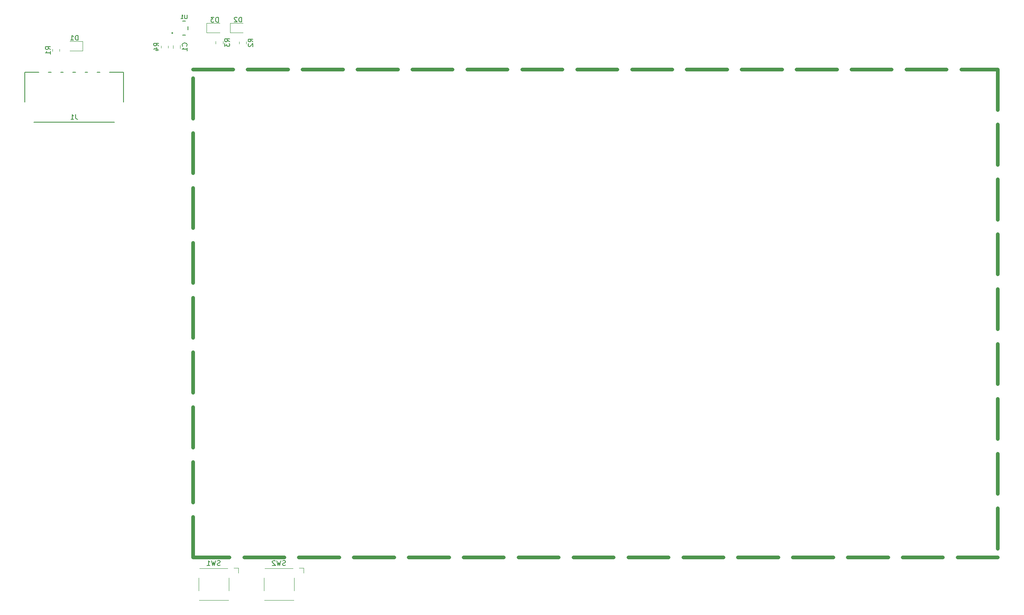
<source format=gbr>
%TF.GenerationSoftware,KiCad,Pcbnew,9.0.4*%
%TF.CreationDate,2025-11-06T12:47:48+01:00*%
%TF.ProjectId,SAUBerry_front_v1,53415542-6572-4727-995f-66726f6e745f,rev?*%
%TF.SameCoordinates,Original*%
%TF.FileFunction,Legend,Bot*%
%TF.FilePolarity,Positive*%
%FSLAX46Y46*%
G04 Gerber Fmt 4.6, Leading zero omitted, Abs format (unit mm)*
G04 Created by KiCad (PCBNEW 9.0.4) date 2025-11-06 12:47:48*
%MOMM*%
%LPD*%
G01*
G04 APERTURE LIST*
%ADD10C,0.750000*%
%ADD11C,0.150000*%
%ADD12C,0.120000*%
%ADD13C,0.127000*%
%ADD14C,0.200000*%
%ADD15C,0.152400*%
G04 APERTURE END LIST*
D10*
X160220000Y-133130000D02*
X168470000Y-133130000D01*
X171470000Y-133130000D02*
X179720000Y-133130000D01*
X182720000Y-133130000D02*
X190970000Y-133130000D01*
X193970000Y-133130000D02*
X202220000Y-133130000D01*
X205220000Y-133130000D02*
X213470000Y-133130000D01*
X216470000Y-133130000D02*
X224720000Y-133130000D01*
X227720000Y-133130000D02*
X235970000Y-133130000D01*
X238970000Y-133130000D02*
X247220000Y-133130000D01*
X250220000Y-133130000D02*
X258470000Y-133130000D01*
X261470000Y-133130000D02*
X269720000Y-133130000D01*
X272720000Y-133130000D02*
X280970000Y-133130000D01*
X283970000Y-133130000D02*
X292220000Y-133130000D01*
X295220000Y-133130000D02*
X303470000Y-133130000D01*
X306470000Y-133130000D02*
X314720000Y-133130000D01*
X317720000Y-133130000D02*
X325220000Y-133130000D01*
X325220000Y-133130000D02*
X325220000Y-141380000D01*
X325220000Y-144380000D02*
X325220000Y-152630000D01*
X325220000Y-155630000D02*
X325220000Y-163880000D01*
X325220000Y-166880000D02*
X325220000Y-175130000D01*
X325220000Y-178130000D02*
X325220000Y-186380000D01*
X325220000Y-189380000D02*
X325220000Y-197630000D01*
X325220000Y-200630000D02*
X325220000Y-208880000D01*
X325220000Y-211880000D02*
X325220000Y-220130000D01*
X325220000Y-223130000D02*
X325220000Y-231380000D01*
X325220000Y-233130000D02*
X316970000Y-233130000D01*
X313970000Y-233130000D02*
X305720000Y-233130000D01*
X302720000Y-233130000D02*
X294470000Y-233130000D01*
X291470000Y-233130000D02*
X283220000Y-233130000D01*
X280220000Y-233130000D02*
X271970000Y-233130000D01*
X268970000Y-233130000D02*
X260720000Y-233130000D01*
X257720000Y-233130000D02*
X249470000Y-233130000D01*
X246470000Y-233130000D02*
X238220000Y-233130000D01*
X235220000Y-233130000D02*
X226970000Y-233130000D01*
X223970000Y-233130000D02*
X215720000Y-233130000D01*
X212720000Y-233130000D02*
X204470000Y-233130000D01*
X201470000Y-233130000D02*
X193220000Y-233130000D01*
X190220000Y-233130000D02*
X181970000Y-233130000D01*
X178970000Y-233130000D02*
X170720000Y-233130000D01*
X167720000Y-233130000D02*
X160220000Y-233130000D01*
X160220000Y-233130000D02*
X160220000Y-224880000D01*
X160220000Y-221880000D02*
X160220000Y-213630000D01*
X160220000Y-210630000D02*
X160220000Y-202380000D01*
X160220000Y-199380000D02*
X160220000Y-191130000D01*
X160220000Y-188130000D02*
X160220000Y-179880000D01*
X160220000Y-176880000D02*
X160220000Y-168630000D01*
X160220000Y-165630000D02*
X160220000Y-157380000D01*
X160220000Y-154380000D02*
X160220000Y-146130000D01*
X160220000Y-143130000D02*
X160220000Y-134880000D01*
D11*
X131061819Y-129015833D02*
X130585628Y-128682500D01*
X131061819Y-128444405D02*
X130061819Y-128444405D01*
X130061819Y-128444405D02*
X130061819Y-128825357D01*
X130061819Y-128825357D02*
X130109438Y-128920595D01*
X130109438Y-128920595D02*
X130157057Y-128968214D01*
X130157057Y-128968214D02*
X130252295Y-129015833D01*
X130252295Y-129015833D02*
X130395152Y-129015833D01*
X130395152Y-129015833D02*
X130490390Y-128968214D01*
X130490390Y-128968214D02*
X130538009Y-128920595D01*
X130538009Y-128920595D02*
X130585628Y-128825357D01*
X130585628Y-128825357D02*
X130585628Y-128444405D01*
X131061819Y-129968214D02*
X131061819Y-129396786D01*
X131061819Y-129682500D02*
X130061819Y-129682500D01*
X130061819Y-129682500D02*
X130204676Y-129587262D01*
X130204676Y-129587262D02*
X130299914Y-129492024D01*
X130299914Y-129492024D02*
X130347533Y-129396786D01*
X165843332Y-234807200D02*
X165700475Y-234854819D01*
X165700475Y-234854819D02*
X165462380Y-234854819D01*
X165462380Y-234854819D02*
X165367142Y-234807200D01*
X165367142Y-234807200D02*
X165319523Y-234759580D01*
X165319523Y-234759580D02*
X165271904Y-234664342D01*
X165271904Y-234664342D02*
X165271904Y-234569104D01*
X165271904Y-234569104D02*
X165319523Y-234473866D01*
X165319523Y-234473866D02*
X165367142Y-234426247D01*
X165367142Y-234426247D02*
X165462380Y-234378628D01*
X165462380Y-234378628D02*
X165652856Y-234331009D01*
X165652856Y-234331009D02*
X165748094Y-234283390D01*
X165748094Y-234283390D02*
X165795713Y-234235771D01*
X165795713Y-234235771D02*
X165843332Y-234140533D01*
X165843332Y-234140533D02*
X165843332Y-234045295D01*
X165843332Y-234045295D02*
X165795713Y-233950057D01*
X165795713Y-233950057D02*
X165748094Y-233902438D01*
X165748094Y-233902438D02*
X165652856Y-233854819D01*
X165652856Y-233854819D02*
X165414761Y-233854819D01*
X165414761Y-233854819D02*
X165271904Y-233902438D01*
X164938570Y-233854819D02*
X164700475Y-234854819D01*
X164700475Y-234854819D02*
X164509999Y-234140533D01*
X164509999Y-234140533D02*
X164319523Y-234854819D01*
X164319523Y-234854819D02*
X164081428Y-233854819D01*
X163176666Y-234854819D02*
X163748094Y-234854819D01*
X163462380Y-234854819D02*
X163462380Y-233854819D01*
X163462380Y-233854819D02*
X163557618Y-233997676D01*
X163557618Y-233997676D02*
X163652856Y-234092914D01*
X163652856Y-234092914D02*
X163748094Y-234140533D01*
X153254819Y-128300833D02*
X152778628Y-127967500D01*
X153254819Y-127729405D02*
X152254819Y-127729405D01*
X152254819Y-127729405D02*
X152254819Y-128110357D01*
X152254819Y-128110357D02*
X152302438Y-128205595D01*
X152302438Y-128205595D02*
X152350057Y-128253214D01*
X152350057Y-128253214D02*
X152445295Y-128300833D01*
X152445295Y-128300833D02*
X152588152Y-128300833D01*
X152588152Y-128300833D02*
X152683390Y-128253214D01*
X152683390Y-128253214D02*
X152731009Y-128205595D01*
X152731009Y-128205595D02*
X152778628Y-128110357D01*
X152778628Y-128110357D02*
X152778628Y-127729405D01*
X152588152Y-129157976D02*
X153254819Y-129157976D01*
X152207200Y-128919881D02*
X152921485Y-128681786D01*
X152921485Y-128681786D02*
X152921485Y-129300833D01*
X179223332Y-234817200D02*
X179080475Y-234864819D01*
X179080475Y-234864819D02*
X178842380Y-234864819D01*
X178842380Y-234864819D02*
X178747142Y-234817200D01*
X178747142Y-234817200D02*
X178699523Y-234769580D01*
X178699523Y-234769580D02*
X178651904Y-234674342D01*
X178651904Y-234674342D02*
X178651904Y-234579104D01*
X178651904Y-234579104D02*
X178699523Y-234483866D01*
X178699523Y-234483866D02*
X178747142Y-234436247D01*
X178747142Y-234436247D02*
X178842380Y-234388628D01*
X178842380Y-234388628D02*
X179032856Y-234341009D01*
X179032856Y-234341009D02*
X179128094Y-234293390D01*
X179128094Y-234293390D02*
X179175713Y-234245771D01*
X179175713Y-234245771D02*
X179223332Y-234150533D01*
X179223332Y-234150533D02*
X179223332Y-234055295D01*
X179223332Y-234055295D02*
X179175713Y-233960057D01*
X179175713Y-233960057D02*
X179128094Y-233912438D01*
X179128094Y-233912438D02*
X179032856Y-233864819D01*
X179032856Y-233864819D02*
X178794761Y-233864819D01*
X178794761Y-233864819D02*
X178651904Y-233912438D01*
X178318570Y-233864819D02*
X178080475Y-234864819D01*
X178080475Y-234864819D02*
X177889999Y-234150533D01*
X177889999Y-234150533D02*
X177699523Y-234864819D01*
X177699523Y-234864819D02*
X177461428Y-233864819D01*
X177128094Y-233960057D02*
X177080475Y-233912438D01*
X177080475Y-233912438D02*
X176985237Y-233864819D01*
X176985237Y-233864819D02*
X176747142Y-233864819D01*
X176747142Y-233864819D02*
X176651904Y-233912438D01*
X176651904Y-233912438D02*
X176604285Y-233960057D01*
X176604285Y-233960057D02*
X176556666Y-234055295D01*
X176556666Y-234055295D02*
X176556666Y-234150533D01*
X176556666Y-234150533D02*
X176604285Y-234293390D01*
X176604285Y-234293390D02*
X177175713Y-234864819D01*
X177175713Y-234864819D02*
X176556666Y-234864819D01*
X167794819Y-127433333D02*
X167318628Y-127100000D01*
X167794819Y-126861905D02*
X166794819Y-126861905D01*
X166794819Y-126861905D02*
X166794819Y-127242857D01*
X166794819Y-127242857D02*
X166842438Y-127338095D01*
X166842438Y-127338095D02*
X166890057Y-127385714D01*
X166890057Y-127385714D02*
X166985295Y-127433333D01*
X166985295Y-127433333D02*
X167128152Y-127433333D01*
X167128152Y-127433333D02*
X167223390Y-127385714D01*
X167223390Y-127385714D02*
X167271009Y-127338095D01*
X167271009Y-127338095D02*
X167318628Y-127242857D01*
X167318628Y-127242857D02*
X167318628Y-126861905D01*
X166794819Y-127766667D02*
X166794819Y-128385714D01*
X166794819Y-128385714D02*
X167175771Y-128052381D01*
X167175771Y-128052381D02*
X167175771Y-128195238D01*
X167175771Y-128195238D02*
X167223390Y-128290476D01*
X167223390Y-128290476D02*
X167271009Y-128338095D01*
X167271009Y-128338095D02*
X167366247Y-128385714D01*
X167366247Y-128385714D02*
X167604342Y-128385714D01*
X167604342Y-128385714D02*
X167699580Y-128338095D01*
X167699580Y-128338095D02*
X167747200Y-128290476D01*
X167747200Y-128290476D02*
X167794819Y-128195238D01*
X167794819Y-128195238D02*
X167794819Y-127909524D01*
X167794819Y-127909524D02*
X167747200Y-127814286D01*
X167747200Y-127814286D02*
X167699580Y-127766667D01*
X159054523Y-121912295D02*
X159054523Y-122559914D01*
X159054523Y-122559914D02*
X159016428Y-122636104D01*
X159016428Y-122636104D02*
X158978333Y-122674200D01*
X158978333Y-122674200D02*
X158902142Y-122712295D01*
X158902142Y-122712295D02*
X158749761Y-122712295D01*
X158749761Y-122712295D02*
X158673571Y-122674200D01*
X158673571Y-122674200D02*
X158635476Y-122636104D01*
X158635476Y-122636104D02*
X158597380Y-122559914D01*
X158597380Y-122559914D02*
X158597380Y-121912295D01*
X157797381Y-122712295D02*
X158254524Y-122712295D01*
X158025952Y-122712295D02*
X158025952Y-121912295D01*
X158025952Y-121912295D02*
X158102143Y-122026580D01*
X158102143Y-122026580D02*
X158178333Y-122102771D01*
X158178333Y-122102771D02*
X158254524Y-122140866D01*
X170258094Y-123394819D02*
X170258094Y-122394819D01*
X170258094Y-122394819D02*
X170019999Y-122394819D01*
X170019999Y-122394819D02*
X169877142Y-122442438D01*
X169877142Y-122442438D02*
X169781904Y-122537676D01*
X169781904Y-122537676D02*
X169734285Y-122632914D01*
X169734285Y-122632914D02*
X169686666Y-122823390D01*
X169686666Y-122823390D02*
X169686666Y-122966247D01*
X169686666Y-122966247D02*
X169734285Y-123156723D01*
X169734285Y-123156723D02*
X169781904Y-123251961D01*
X169781904Y-123251961D02*
X169877142Y-123347200D01*
X169877142Y-123347200D02*
X170019999Y-123394819D01*
X170019999Y-123394819D02*
X170258094Y-123394819D01*
X169305713Y-122490057D02*
X169258094Y-122442438D01*
X169258094Y-122442438D02*
X169162856Y-122394819D01*
X169162856Y-122394819D02*
X168924761Y-122394819D01*
X168924761Y-122394819D02*
X168829523Y-122442438D01*
X168829523Y-122442438D02*
X168781904Y-122490057D01*
X168781904Y-122490057D02*
X168734285Y-122585295D01*
X168734285Y-122585295D02*
X168734285Y-122680533D01*
X168734285Y-122680533D02*
X168781904Y-122823390D01*
X168781904Y-122823390D02*
X169353332Y-123394819D01*
X169353332Y-123394819D02*
X168734285Y-123394819D01*
X136248733Y-142341820D02*
X136248733Y-143056105D01*
X136248733Y-143056105D02*
X136296352Y-143198962D01*
X136296352Y-143198962D02*
X136391590Y-143294201D01*
X136391590Y-143294201D02*
X136534447Y-143341820D01*
X136534447Y-143341820D02*
X136629685Y-143341820D01*
X135248733Y-143341820D02*
X135820161Y-143341820D01*
X135534447Y-143341820D02*
X135534447Y-142341820D01*
X135534447Y-142341820D02*
X135629685Y-142484677D01*
X135629685Y-142484677D02*
X135724923Y-142579915D01*
X135724923Y-142579915D02*
X135820161Y-142627534D01*
X136722094Y-127119819D02*
X136722094Y-126119819D01*
X136722094Y-126119819D02*
X136483999Y-126119819D01*
X136483999Y-126119819D02*
X136341142Y-126167438D01*
X136341142Y-126167438D02*
X136245904Y-126262676D01*
X136245904Y-126262676D02*
X136198285Y-126357914D01*
X136198285Y-126357914D02*
X136150666Y-126548390D01*
X136150666Y-126548390D02*
X136150666Y-126691247D01*
X136150666Y-126691247D02*
X136198285Y-126881723D01*
X136198285Y-126881723D02*
X136245904Y-126976961D01*
X136245904Y-126976961D02*
X136341142Y-127072200D01*
X136341142Y-127072200D02*
X136483999Y-127119819D01*
X136483999Y-127119819D02*
X136722094Y-127119819D01*
X135198285Y-127119819D02*
X135769713Y-127119819D01*
X135483999Y-127119819D02*
X135483999Y-126119819D01*
X135483999Y-126119819D02*
X135579237Y-126262676D01*
X135579237Y-126262676D02*
X135674475Y-126357914D01*
X135674475Y-126357914D02*
X135769713Y-126405533D01*
X172564819Y-127450833D02*
X172088628Y-127117500D01*
X172564819Y-126879405D02*
X171564819Y-126879405D01*
X171564819Y-126879405D02*
X171564819Y-127260357D01*
X171564819Y-127260357D02*
X171612438Y-127355595D01*
X171612438Y-127355595D02*
X171660057Y-127403214D01*
X171660057Y-127403214D02*
X171755295Y-127450833D01*
X171755295Y-127450833D02*
X171898152Y-127450833D01*
X171898152Y-127450833D02*
X171993390Y-127403214D01*
X171993390Y-127403214D02*
X172041009Y-127355595D01*
X172041009Y-127355595D02*
X172088628Y-127260357D01*
X172088628Y-127260357D02*
X172088628Y-126879405D01*
X171660057Y-127831786D02*
X171612438Y-127879405D01*
X171612438Y-127879405D02*
X171564819Y-127974643D01*
X171564819Y-127974643D02*
X171564819Y-128212738D01*
X171564819Y-128212738D02*
X171612438Y-128307976D01*
X171612438Y-128307976D02*
X171660057Y-128355595D01*
X171660057Y-128355595D02*
X171755295Y-128403214D01*
X171755295Y-128403214D02*
X171850533Y-128403214D01*
X171850533Y-128403214D02*
X171993390Y-128355595D01*
X171993390Y-128355595D02*
X172564819Y-127784167D01*
X172564819Y-127784167D02*
X172564819Y-128403214D01*
X165480594Y-123404819D02*
X165480594Y-122404819D01*
X165480594Y-122404819D02*
X165242499Y-122404819D01*
X165242499Y-122404819D02*
X165099642Y-122452438D01*
X165099642Y-122452438D02*
X165004404Y-122547676D01*
X165004404Y-122547676D02*
X164956785Y-122642914D01*
X164956785Y-122642914D02*
X164909166Y-122833390D01*
X164909166Y-122833390D02*
X164909166Y-122976247D01*
X164909166Y-122976247D02*
X164956785Y-123166723D01*
X164956785Y-123166723D02*
X165004404Y-123261961D01*
X165004404Y-123261961D02*
X165099642Y-123357200D01*
X165099642Y-123357200D02*
X165242499Y-123404819D01*
X165242499Y-123404819D02*
X165480594Y-123404819D01*
X164575832Y-122404819D02*
X163956785Y-122404819D01*
X163956785Y-122404819D02*
X164290118Y-122785771D01*
X164290118Y-122785771D02*
X164147261Y-122785771D01*
X164147261Y-122785771D02*
X164052023Y-122833390D01*
X164052023Y-122833390D02*
X164004404Y-122881009D01*
X164004404Y-122881009D02*
X163956785Y-122976247D01*
X163956785Y-122976247D02*
X163956785Y-123214342D01*
X163956785Y-123214342D02*
X164004404Y-123309580D01*
X164004404Y-123309580D02*
X164052023Y-123357200D01*
X164052023Y-123357200D02*
X164147261Y-123404819D01*
X164147261Y-123404819D02*
X164432975Y-123404819D01*
X164432975Y-123404819D02*
X164528213Y-123357200D01*
X164528213Y-123357200D02*
X164575832Y-123309580D01*
X158982580Y-128313333D02*
X159030200Y-128265714D01*
X159030200Y-128265714D02*
X159077819Y-128122857D01*
X159077819Y-128122857D02*
X159077819Y-128027619D01*
X159077819Y-128027619D02*
X159030200Y-127884762D01*
X159030200Y-127884762D02*
X158934961Y-127789524D01*
X158934961Y-127789524D02*
X158839723Y-127741905D01*
X158839723Y-127741905D02*
X158649247Y-127694286D01*
X158649247Y-127694286D02*
X158506390Y-127694286D01*
X158506390Y-127694286D02*
X158315914Y-127741905D01*
X158315914Y-127741905D02*
X158220676Y-127789524D01*
X158220676Y-127789524D02*
X158125438Y-127884762D01*
X158125438Y-127884762D02*
X158077819Y-128027619D01*
X158077819Y-128027619D02*
X158077819Y-128122857D01*
X158077819Y-128122857D02*
X158125438Y-128265714D01*
X158125438Y-128265714D02*
X158173057Y-128313333D01*
X159077819Y-129265714D02*
X159077819Y-128694286D01*
X159077819Y-128980000D02*
X158077819Y-128980000D01*
X158077819Y-128980000D02*
X158220676Y-128884762D01*
X158220676Y-128884762D02*
X158315914Y-128789524D01*
X158315914Y-128789524D02*
X158363533Y-128694286D01*
D12*
%TO.C,R1*%
X131472000Y-128955436D02*
X131472000Y-129409564D01*
X132942000Y-128955436D02*
X132942000Y-129409564D01*
%TO.C,SW1*%
X161410000Y-237400000D02*
X161410000Y-240000000D01*
X161510000Y-241950000D02*
X167510000Y-241950000D01*
X161610000Y-235450000D02*
X167410000Y-235450000D01*
X167610000Y-237400000D02*
X167610000Y-240000000D01*
X169610000Y-235400000D02*
X168610000Y-235400000D01*
X169610000Y-236400000D02*
X169610000Y-235400000D01*
%TO.C,R4*%
X153715000Y-128240436D02*
X153715000Y-128694564D01*
X155185000Y-128240436D02*
X155185000Y-128694564D01*
%TO.C,SW2*%
X174790000Y-237410000D02*
X174790000Y-240010000D01*
X174890000Y-241960000D02*
X180890000Y-241960000D01*
X174990000Y-235460000D02*
X180790000Y-235460000D01*
X180990000Y-237410000D02*
X180990000Y-240010000D01*
X182990000Y-235410000D02*
X181990000Y-235410000D01*
X182990000Y-236410000D02*
X182990000Y-235410000D01*
%TO.C,R3*%
X164955000Y-127827064D02*
X164955000Y-127372936D01*
X166425000Y-127827064D02*
X166425000Y-127372936D01*
D13*
%TO.C,U1*%
X158115000Y-126050000D02*
X158775000Y-126050000D01*
X158775000Y-123150000D02*
X158115000Y-123150000D01*
X159245000Y-124935000D02*
X159245000Y-124265000D01*
D14*
X156135000Y-125650000D02*
G75*
G02*
X155935000Y-125650000I-100000J0D01*
G01*
X155935000Y-125650000D02*
G75*
G02*
X156135000Y-125650000I100000J0D01*
G01*
D12*
%TO.C,D2*%
X167842500Y-123640000D02*
X170527500Y-123640000D01*
X167842500Y-125560000D02*
X167842500Y-123640000D01*
X170527500Y-125560000D02*
X167842500Y-125560000D01*
D15*
%TO.C,J1*%
X125793500Y-133678001D02*
X128684960Y-133678001D01*
X125793500Y-139766460D02*
X125793500Y-133678001D01*
X130645840Y-133678001D02*
X131184960Y-133678001D01*
X133145840Y-133678001D02*
X133684960Y-133678001D01*
X135645840Y-133678001D02*
X136184960Y-133678001D01*
X138145840Y-133678001D02*
X138684960Y-133678001D01*
X140645840Y-133678001D02*
X141184960Y-133678001D01*
X143145840Y-133678001D02*
X146037300Y-133678001D01*
X144130959Y-143939601D02*
X127699841Y-143939601D01*
X146037300Y-133678001D02*
X146037300Y-139766460D01*
D12*
%TO.C,D1*%
X134994023Y-129252000D02*
X137679023Y-129252000D01*
X137679023Y-127332000D02*
X134994023Y-127332000D01*
X137679023Y-129252000D02*
X137679023Y-127332000D01*
%TO.C,R2*%
X169725000Y-127844564D02*
X169725000Y-127390436D01*
X171195000Y-127844564D02*
X171195000Y-127390436D01*
%TO.C,D3*%
X163065000Y-123650000D02*
X165750000Y-123650000D01*
X163065000Y-125570000D02*
X163065000Y-123650000D01*
X165750000Y-125570000D02*
X163065000Y-125570000D01*
%TO.C,C1*%
X156155000Y-128218748D02*
X156155000Y-128741252D01*
X157625000Y-128218748D02*
X157625000Y-128741252D01*
%TD*%
M02*

</source>
